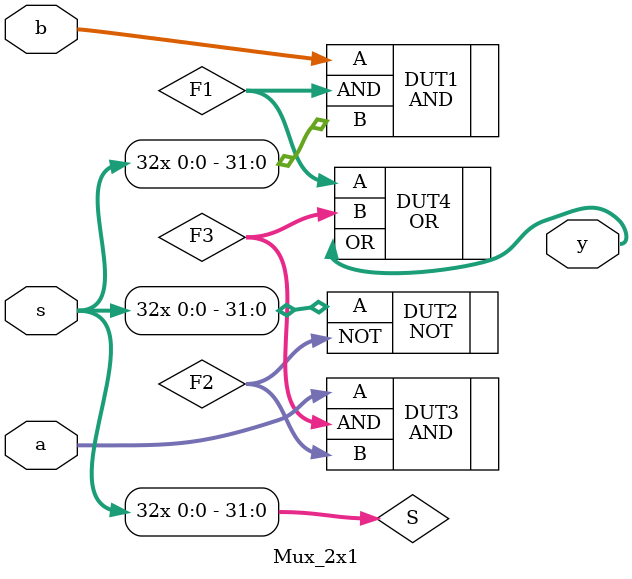
<source format=v>
module Mux_2x1 #(parameter N = 32) (a,b,s,y);
input [N-1:0]a;
input [N-1:0]b;
input s;
output [N-1:0]y;
wire [N-1:0]S;
wire [N-1:0]F1,F2,F3;
assign S={(N){s}};
AND #(.N(N)) DUT1(.A(b),.B(S),.AND(F1));
NOT #(.N(N)) DUT2(.A(S),.NOT(F2));
AND #(.N(N)) DUT3(.A(a),.B(F2),.AND(F3));
OR  #(.N(N)) DUT4(.A(F1),.B(F3),.OR(y));

//assign y=s?b:a;
endmodule
</source>
